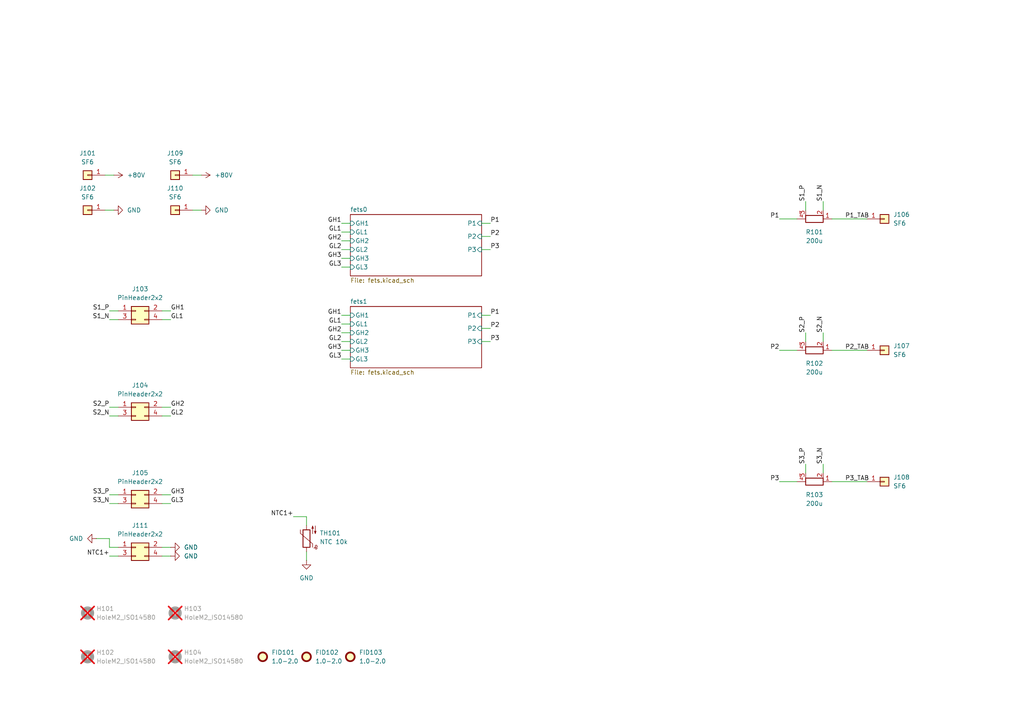
<source format=kicad_sch>
(kicad_sch (version 20250114) (generator "eeschema") (generator_version "9.0")
  (paper "A4")
  (title_block (title "${TITLE} - ${SUBTITLE}") (date "2025-09-12") (rev "${REV}") (company "openmc") (comment 1 "Armin S."))
  (lib_symbols
    (symbol "Connector_Generic:Conn_01x01" (pin_names (offset 1.016) (hide yes))
      (property "Reference" "J" (at 0 2.54 0))
      (property "Value" "Conn_01x01" (at 0 -2.54 0))
      (symbol "Conn_01x01_1_1"
        (rectangle (start -1.27 1.27) (end 1.27 -1.27) (stroke (width 0.254)) (fill (type background)))
        (rectangle (start -1.27 0.127) (end 0 -0.127) (stroke (width 0.1524)))
        (pin passive line (at -5.08 0 0) (length 3.81) (name "Pin_1") (number "1"))
      )
    )
    (symbol "Connector_Generic:Conn_02x02_Odd_Even" (pin_names (offset 1.016) (hide yes))
      (property "Reference" "J" (at 1.27 2.54 0))
      (property "Value" "Conn_02x02_Odd_Even" (at 1.27 -5.08 0))
      (symbol "Conn_02x02_Odd_Even_1_1"
        (rectangle (start -1.27 1.27) (end 3.81 -3.81) (stroke (width 0.254)) (fill (type background)))
        (rectangle (start -1.27 0.127) (end 0 -0.127) (stroke (width 0.1524)))
        (rectangle (start -1.27 -2.413) (end 0 -2.667) (stroke (width 0.1524)))
        (rectangle (start 3.81 0.127) (end 2.54 -0.127) (stroke (width 0.1524)))
        (rectangle (start 3.81 -2.413) (end 2.54 -2.667) (stroke (width 0.1524)))
        (pin passive line (at -5.08 0 0) (length 3.81) (name "Pin_1") (number "1"))
        (pin passive line (at -5.08 -2.54 0) (length 3.81) (name "Pin_3") (number "3"))
        (pin passive line (at 7.62 0 180) (length 3.81) (name "Pin_2") (number "2"))
        (pin passive line (at 7.62 -2.54 180) (length 3.81) (name "Pin_4") (number "4"))
      )
    )
    (symbol "Device:R_Shunt" (pin_names (offset 0) (hide yes))
      (property "Reference" "R" (at -2.032 0 90))
      (property "Value" "R_Shunt" (at 0 0 90))
      (symbol "R_Shunt_0_1"
        (rectangle (start -1.016 -2.54) (end 1.016 2.54) (stroke (width 0.254)))
        (polyline (pts (xy 0 -2.54) (xy 1.27 -2.54)))
        (polyline (pts (xy 1.27 2.54) (xy 0 2.54)))
      )
      (symbol "R_Shunt_1_1"
        (pin passive line (at 0 5.08 270) (length 2.54) (name "~") (number "1"))
        (pin passive line (at 0 -5.08 90) (length 2.54) (name "~") (number "4"))
        (pin passive line (at 2.54 2.54 180) (length 1.27) (name "~") (number "2"))
        (pin passive line (at 2.54 -2.54 180) (length 1.27) (name "~") (number "3"))
      )
    )
    (symbol "Device:Thermistor_NTC" (pin_numbers (hide yes)) (pin_names (offset 0))
      (property "Reference" "TH" (at -4.445 0 90))
      (property "Value" "Thermistor_NTC" (at 3.175 0 90))
      (symbol "Thermistor_NTC_0_1"
        (arc (start -3.175 2.413) (mid -3.0506 2.3165) (end -3.048 2.159))
        (arc (start -3.048 2.794) (mid -2.9736 2.9736) (end -2.794 3.048))
        (arc (start -2.794 3.048) (mid -2.6144 2.9736) (end -2.54 2.794))
        (arc (start -2.794 2.54) (mid -2.9736 2.6144) (end -3.048 2.794))
        (arc (start -2.794 1.905) (mid -2.9736 1.9794) (end -3.048 2.159))
        (arc (start -2.54 2.159) (mid -2.6144 1.9794) (end -2.794 1.905))
        (arc (start -2.159 2.794) (mid -2.434 2.5608) (end -2.794 2.54))
        (polyline (pts (xy -2.54 2.159) (xy -2.54 2.794)))
        (polyline (pts (xy -2.54 -3.683) (xy -2.54 -1.397) (xy -2.794 -2.159) (xy -2.286 -2.159) (xy -2.54 -1.397) (xy -2.54 -1.651)) (fill (type outline)))
        (polyline (pts (xy -1.778 2.54) (xy -1.778 1.524) (xy 1.778 -1.524) (xy 1.778 -2.54)))
        (polyline (pts (xy -1.778 -1.397) (xy -1.778 -3.683) (xy -2.032 -2.921) (xy -1.524 -2.921) (xy -1.778 -3.683) (xy -1.778 -3.429)) (fill (type outline)))
        (rectangle (start -1.016 2.54) (end 1.016 -2.54) (stroke (width 0.254)))
      )
      (symbol "Thermistor_NTC_1_1"
        (pin passive line (at 0 3.81 270) (length 1.27) (name "~") (number "1"))
        (pin passive line (at 0 -3.81 90) (length 1.27) (name "~") (number "2"))
      )
    )
    (symbol "Mechanical:Fiducial" (in_bom no)
      (property "Reference" "FID" (at 0 5.08 0))
      (property "Value" "Fiducial" (at 0 3.175 0))
      (symbol "Fiducial_0_1"
        (circle (center 0 0) (radius 1.27) (stroke (width 0.508)) (fill (type background)))
      )
    )
    (symbol "Mechanical:MountingHole" (pin_names (offset 1.016)) (in_bom no)
      (property "Reference" "H" (at 0 5.08 0))
      (property "Value" "MountingHole" (at 0 3.175 0))
      (symbol "MountingHole_0_1"
        (circle (center 0 0) (radius 1.27) (stroke (width 1.27)))
      )
    )
    (symbol "power:+48V" (power) (pin_numbers (hide yes)) (pin_names (offset 0) (hide yes))
      (property "Value" "+48V" (at 0 3.556 0))
      (symbol "+48V_0_1"
        (polyline (pts (xy -0.762 1.27) (xy 0 2.54)))
        (polyline (pts (xy 0 2.54) (xy 0.762 1.27)))
        (polyline (pts (xy 0 0) (xy 0 2.54)))
      )
      (symbol "+48V_1_1"
        (pin power_in line (at 0 0 90) (length 0) (name "~") (number "1"))
      )
    )
    (symbol "power:GND" (power) (pin_numbers (hide yes)) (pin_names (offset 0) (hide yes))
      (property "Value" "GND" (at 0 -3.81 0))
      (symbol "GND_0_1"
        (polyline (pts (xy 0 0) (xy 0 -1.27) (xy 1.27 -1.27) (xy 0 -2.54) (xy -1.27 -1.27) (xy 0 -1.27)))
      )
      (symbol "GND_1_1"
        (pin power_in line (at 0 0 270) (length 0) (name "~") (number "1"))
      )
    )
  )
  (wire (pts (xy 46.99 118.11) (xy 49.53 118.11)))
  (wire (pts (xy 241.3 139.7) (xy 251.46 139.7)))
  (wire (pts (xy 30.48 60.96) (xy 33.02 60.96)))
  (wire (pts (xy 226.06 139.7) (xy 231.14 139.7)))
  (wire (pts (xy 99.06 74.93) (xy 101.6 74.93)))
  (wire (pts (xy 46.99 143.51) (xy 49.53 143.51)))
  (wire (pts (xy 99.06 64.77) (xy 101.6 64.77)))
  (wire (pts (xy 238.76 134.62) (xy 238.76 137.16)))
  (wire (pts (xy 31.75 143.51) (xy 34.29 143.51)))
  (wire (pts (xy 99.06 72.39) (xy 101.6 72.39)))
  (wire (pts (xy 99.06 101.6) (xy 101.6 101.6)))
  (wire (pts (xy 31.75 90.17) (xy 34.29 90.17)))
  (wire (pts (xy 49.53 161.29) (xy 46.99 161.29)))
  (wire (pts (xy 241.3 63.5) (xy 251.46 63.5)))
  (wire (pts (xy 49.53 158.75) (xy 46.99 158.75)))
  (wire (pts (xy 27.94 156.21) (xy 31.75 156.21)))
  (wire (pts (xy 99.06 77.47) (xy 101.6 77.47)))
  (wire (pts (xy 99.06 91.44) (xy 101.6 91.44)))
  (wire (pts (xy 55.88 50.8) (xy 58.42 50.8)))
  (wire (pts (xy 34.29 120.65) (xy 31.75 120.65)))
  (wire (pts (xy 88.9 149.86) (xy 88.9 152.4)))
  (wire (pts (xy 139.7 72.39) (xy 142.24 72.39)))
  (wire (pts (xy 226.06 63.5) (xy 231.14 63.5)))
  (wire (pts (xy 49.53 146.05) (xy 46.99 146.05)))
  (wire (pts (xy 49.53 120.65) (xy 46.99 120.65)))
  (wire (pts (xy 34.29 92.71) (xy 31.75 92.71)))
  (wire (pts (xy 55.88 60.96) (xy 58.42 60.96)))
  (wire (pts (xy 34.29 146.05) (xy 31.75 146.05)))
  (wire (pts (xy 99.06 69.85) (xy 101.6 69.85)))
  (wire (pts (xy 233.68 58.42) (xy 233.68 60.96)))
  (wire (pts (xy 139.7 95.25) (xy 142.24 95.25)))
  (wire (pts (xy 30.48 50.8) (xy 33.02 50.8)))
  (wire (pts (xy 49.53 92.71) (xy 46.99 92.71)))
  (wire (pts (xy 139.7 99.06) (xy 142.24 99.06)))
  (wire (pts (xy 238.76 58.42) (xy 238.76 60.96)))
  (wire (pts (xy 31.75 158.75) (xy 34.29 158.75)))
  (wire (pts (xy 99.06 67.31) (xy 101.6 67.31)))
  (wire (pts (xy 139.7 68.58) (xy 142.24 68.58)))
  (wire (pts (xy 226.06 101.6) (xy 231.14 101.6)))
  (wire (pts (xy 99.06 96.52) (xy 101.6 96.52)))
  (wire (pts (xy 241.3 101.6) (xy 251.46 101.6)))
  (wire (pts (xy 31.75 118.11) (xy 34.29 118.11)))
  (wire (pts (xy 85.09 149.86) (xy 88.9 149.86)))
  (wire (pts (xy 99.06 99.06) (xy 101.6 99.06)))
  (wire (pts (xy 238.76 96.52) (xy 238.76 99.06)))
  (wire (pts (xy 139.7 91.44) (xy 142.24 91.44)))
  (wire (pts (xy 99.06 104.14) (xy 101.6 104.14)))
  (wire (pts (xy 31.75 156.21) (xy 31.75 158.75)))
  (wire (pts (xy 99.06 93.98) (xy 101.6 93.98)))
  (wire (pts (xy 233.68 134.62) (xy 233.68 137.16)))
  (wire (pts (xy 233.68 96.52) (xy 233.68 99.06)))
  (wire (pts (xy 31.75 161.29) (xy 34.29 161.29)))
  (wire (pts (xy 88.9 162.56) (xy 88.9 160.02)))
  (wire (pts (xy 46.99 90.17) (xy 49.53 90.17)))
  (wire (pts (xy 139.7 64.77) (xy 142.24 64.77)))
  (label "S2_N" (at 238.76 96.52 90))
  (label "GL1" (at 49.53 92.71 0))
  (label "GL2" (at 99.06 72.39 180))
  (label "GL2" (at 49.53 120.65 0))
  (label "S1_N" (at 31.75 92.71 180))
  (label "P1" (at 142.24 91.44 0))
  (label "S1_P" (at 31.75 90.17 180))
  (label "S1_P" (at 233.68 58.42 90))
  (label "GL3" (at 49.53 146.05 0))
  (label "GH2" (at 99.06 69.85 180))
  (label "NTC1+" (at 31.75 161.29 180))
  (label "GH3" (at 99.06 101.6 180))
  (label "P3" (at 142.24 72.39 0))
  (label "P1" (at 142.24 64.77 0))
  (label "GH3" (at 99.06 74.93 180))
  (label "P3_TAB" (at 245.11 139.7 0))
  (label "S3_N" (at 31.75 146.05 180))
  (label "GH1" (at 99.06 91.44 180))
  (label "GH3" (at 49.53 143.51 0))
  (label "GH1" (at 99.06 64.77 180))
  (label "NTC1+" (at 85.09 149.86 180))
  (label "GH1" (at 49.53 90.17 0))
  (label "S2_P" (at 233.68 96.52 90))
  (label "GL2" (at 99.06 99.06 180))
  (label "S3_N" (at 238.76 134.62 90))
  (label "S3_P" (at 233.68 134.62 90))
  (label "S3_P" (at 31.75 143.51 180))
  (label "S1_N" (at 238.76 58.42 90))
  (label "GH2" (at 49.53 118.11 0))
  (label "GL1" (at 99.06 67.31 180))
  (label "GH2" (at 99.06 96.52 180))
  (label "GL3" (at 99.06 104.14 180))
  (label "P3" (at 226.06 139.7 180))
  (label "P1_TAB" (at 245.11 63.5 0))
  (label "GL3" (at 99.06 77.47 180))
  (label "S2_P" (at 31.75 118.11 180))
  (label "P3" (at 142.24 99.06 0))
  (label "GL1" (at 99.06 93.98 180))
  (label "P2_TAB" (at 245.11 101.6 0))
  (label "P2" (at 226.06 101.6 180))
  (label "P2" (at 142.24 68.58 0))
  (label "P1" (at 226.06 63.5 180))
  (label "P2" (at 142.24 95.25 0))
  (label "S2_N" (at 31.75 120.65 180))
  (symbol (lib_id "Connector_Generic:Conn_01x01") (at 256.54 101.6 0) (unit 1)
    (property "Reference" "J107" (at 259.08 100.3299 0) (effects (justify left)))
    (property "Value" "SF6" (at 259.08 102.8699 0) (effects (justify left)))
    (property "Footprint" "Connector_Wire:SolderWirePad_1x01_SMD_3x6mm" (effects (hide yes)))
    (property "Description" "Generic connector, single row, 01x01, script generated (kicad-library-utils/schlib/autogen/connector/)" (effects (hide yes)))
  )
  (symbol (lib_id "power:GND") (at 27.94 156.21 270) (unit 1)
    (property "Reference" "#PWR0108" (effects (hide yes)))
    (property "Value" "GND" (at 24.13 156.2099 90) (effects (justify right)))
    (property "Description" "Power symbol creates a global label with name \"GND\" , ground" (effects (hide yes)))
  )
  (symbol (lib_id "Connector_Generic:Conn_01x01") (at 50.8 60.96 180) (unit 1)
    (property "Reference" "J110" (at 50.8 54.61 0))
    (property "Value" "SF6" (at 50.8 57.15 0))
    (property "Footprint" "Connector_Wire:SolderWirePad_1x01_SMD_3x6mm" (effects (hide yes)))
    (property "Description" "Generic connector, single row, 01x01, script generated (kicad-library-utils/schlib/autogen/connector/)" (effects (hide yes)))
  )
  (symbol (lib_id "Connector_Generic:Conn_02x02_Odd_Even") (at 39.37 118.11 0) (unit 1)
    (property "Reference" "J104" (at 40.64 111.76 0))
    (property "Value" "PinHeader2x2" (at 40.64 114.3 0))
    (property "Footprint" "Connector_PinHeader_1.00mm:PinHeader_2x02_P1.00mm_Vertical_SMD" (effects (hide yes)))
    (property "Description" "Generic connector, double row, 02x02, odd/even pin numbering scheme (row 1 odd numbers, row 2 even numbers), script generated (kicad-library-utils/schlib/autogen/connector/)" (effects (hide yes)))
  )
  (symbol (lib_id "Connector_Generic:Conn_01x01") (at 256.54 139.7 0) (unit 1)
    (property "Reference" "J108" (at 259.08 138.4299 0) (effects (justify left)))
    (property "Value" "SF6" (at 259.08 140.9699 0) (effects (justify left)))
    (property "Footprint" "Connector_Wire:SolderWirePad_1x01_SMD_3x6mm" (effects (hide yes)))
    (property "Description" "Generic connector, single row, 01x01, script generated (kicad-library-utils/schlib/autogen/connector/)" (effects (hide yes)))
  )
  (symbol (lib_id "Device:R_Shunt") (at 236.22 139.7 270) (mirror x) (unit 1)
    (property "Reference" "R103" (at 236.22 143.51 90))
    (property "Value" "200u" (at 236.22 146.05 90))
    (property "Footprint" "mcrmv:WSK1216" (effects (hide yes)))
    (property "Datasheet" "https://www.vishay.com/docs/30189/wsk1216.pdf" (effects (hide yes)))
    (property "Description" "Shunt resistor with Kelvin connections" (effects (hide yes)))
    (property "MPN" "WSK1216L2000FEA" (effects (hide yes)))
  )
  (symbol (lib_id "power:GND") (at 49.53 158.75 90) (unit 1)
    (property "Reference" "#PWR0105" (effects (hide yes)))
    (property "Value" "GND" (at 53.34 158.7501 90) (effects (justify right)))
    (property "Description" "Power symbol creates a global label with name \"GND\" , ground" (effects (hide yes)))
  )
  (symbol (lib_id "Device:Thermistor_NTC") (at 88.9 156.21 180) (unit 1)
    (property "Reference" "TH101" (at 92.71 154.6224 0) (effects (justify right)))
    (property "Value" "NTC 10k" (at 92.71 157.1624 0) (effects (justify right)))
    (property "Footprint" "Resistor_SMD:R_0402_1005Metric" (effects (hide yes)))
    (property "Datasheet" "https://product.tdk.com/system/files/dam/doc/product/sensor/ntc/chip-ntc-thermistor/catalog/tpd_commercial_ntc-thermistor_ntcg_en.pdf" (effects (hide yes)))
    (property "Description" "Temperature dependent resistor, negative temperature coefficient" (effects (hide yes)))
    (property "MPN" "NTCG103JF103FT1" (effects (hide yes)))
  )
  (symbol (lib_id "Connector_Generic:Conn_01x01") (at 25.4 50.8 180) (unit 1)
    (property "Reference" "J101" (at 25.4 44.45 0))
    (property "Value" "SF6" (at 25.4 46.99 0))
    (property "Footprint" "Connector_Wire:SolderWirePad_1x01_SMD_3x6mm" (effects (hide yes)))
    (property "Description" "Generic connector, single row, 01x01, script generated (kicad-library-utils/schlib/autogen/connector/)" (effects (hide yes)))
  )
  (symbol (lib_id "Mechanical:Fiducial") (at 76.2 190.5 0) (unit 1) (in_bom no)
    (property "Reference" "FID101" (at 78.74 189.2299 0) (effects (justify left)))
    (property "Value" "1.0-2.0" (at 78.74 191.7699 0) (effects (justify left)))
    (property "Footprint" "Fiducial:Fiducial_1mm_Mask2mm" (effects (hide yes)))
    (property "Description" "Fiducial Marker" (effects (hide yes)))
  )
  (symbol (lib_id "power:+48V") (at 33.02 50.8 270) (unit 1)
    (property "Reference" "#PWR0101" (effects (hide yes)))
    (property "Value" "+80V" (at 36.83 50.7999 90) (effects (justify left)))
    (property "Description" "Power symbol creates a global label with name \"+48V\"" (effects (hide yes)))
  )
  (symbol (lib_id "Device:R_Shunt") (at 236.22 101.6 270) (mirror x) (unit 1)
    (property "Reference" "R102" (at 236.22 105.41 90))
    (property "Value" "200u" (at 236.22 107.95 90))
    (property "Footprint" "mcrmv:WSK1216" (effects (hide yes)))
    (property "Datasheet" "https://www.vishay.com/docs/30189/wsk1216.pdf" (effects (hide yes)))
    (property "Description" "Shunt resistor with Kelvin connections" (effects (hide yes)))
    (property "MPN" "WSK1216L2000FEA" (effects (hide yes)))
  )
  (symbol (lib_id "power:GND") (at 58.42 60.96 90) (unit 1)
    (property "Reference" "#PWR0104" (effects (hide yes)))
    (property "Value" "GND" (at 62.23 60.9599 90) (effects (justify right)))
    (property "Description" "Power symbol creates a global label with name \"GND\" , ground" (effects (hide yes)))
  )
  (symbol (lib_id "power:GND") (at 49.53 161.29 90) (unit 1)
    (property "Reference" "#PWR0107" (effects (hide yes)))
    (property "Value" "GND" (at 53.34 161.2901 90) (effects (justify right)))
    (property "Description" "Power symbol creates a global label with name \"GND\" , ground" (effects (hide yes)))
  )
  (symbol (lib_id "Mechanical:MountingHole") (at 25.4 190.5 0) (unit 1) (in_bom no) (dnp yes)
    (property "Reference" "H102" (at 27.94 189.2299 0) (effects (justify left)))
    (property "Value" "HoleM2_ISO14580" (at 27.94 191.7699 0) (effects (justify left)))
    (property "Footprint" "MountingHole:MountingHole_2.2mm_M2_ISO14580" (effects (hide yes)))
    (property "Description" "Mounting Hole without connection" (effects (hide yes)))
  )
  (symbol (lib_id "Connector_Generic:Conn_02x02_Odd_Even") (at 39.37 143.51 0) (unit 1)
    (property "Reference" "J105" (at 40.64 137.16 0))
    (property "Value" "PinHeader2x2" (at 40.64 139.7 0))
    (property "Footprint" "Connector_PinHeader_1.00mm:PinHeader_2x02_P1.00mm_Vertical_SMD" (effects (hide yes)))
    (property "Description" "Generic connector, double row, 02x02, odd/even pin numbering scheme (row 1 odd numbers, row 2 even numbers), script generated (kicad-library-utils/schlib/autogen/connector/)" (effects (hide yes)))
  )
  (symbol (lib_id "Connector_Generic:Conn_02x02_Odd_Even") (at 39.37 158.75 0) (unit 1)
    (property "Reference" "J111" (at 40.64 152.4 0))
    (property "Value" "PinHeader2x2" (at 40.64 154.94 0))
    (property "Footprint" "Connector_PinHeader_1.00mm:PinHeader_2x02_P1.00mm_Vertical_SMD" (effects (hide yes)))
    (property "Description" "Generic connector, double row, 02x02, odd/even pin numbering scheme (row 1 odd numbers, row 2 even numbers), script generated (kicad-library-utils/schlib/autogen/connector/)" (effects (hide yes)))
  )
  (symbol (lib_id "Connector_Generic:Conn_02x02_Odd_Even") (at 39.37 90.17 0) (unit 1)
    (property "Reference" "J103" (at 40.64 83.82 0))
    (property "Value" "PinHeader2x2" (at 40.64 86.36 0))
    (property "Footprint" "Connector_PinHeader_1.00mm:PinHeader_2x02_P1.00mm_Vertical_SMD" (effects (hide yes)))
    (property "Description" "Generic connector, double row, 02x02, odd/even pin numbering scheme (row 1 odd numbers, row 2 even numbers), script generated (kicad-library-utils/schlib/autogen/connector/)" (effects (hide yes)))
  )
  (symbol (lib_id "Mechanical:MountingHole") (at 50.8 177.8 0) (unit 1) (in_bom no) (dnp yes)
    (property "Reference" "H103" (at 53.34 176.5299 0) (effects (justify left)))
    (property "Value" "HoleM2_ISO14580" (at 53.34 179.0699 0) (effects (justify left)))
    (property "Footprint" "MountingHole:MountingHole_2.2mm_M2_ISO14580" (effects (hide yes)))
    (property "Description" "Mounting Hole without connection" (effects (hide yes)))
  )
  (symbol (lib_id "Mechanical:MountingHole") (at 50.8 190.5 0) (unit 1) (in_bom no) (dnp yes)
    (property "Reference" "H104" (at 53.34 189.2299 0) (effects (justify left)))
    (property "Value" "HoleM2_ISO14580" (at 53.34 191.7699 0) (effects (justify left)))
    (property "Footprint" "MountingHole:MountingHole_2.2mm_M2_ISO14580" (effects (hide yes)))
    (property "Description" "Mounting Hole without connection" (effects (hide yes)))
  )
  (symbol (lib_id "Connector_Generic:Conn_01x01") (at 256.54 63.5 0) (unit 1)
    (property "Reference" "J106" (at 259.08 62.2299 0) (effects (justify left)))
    (property "Value" "SF6" (at 259.08 64.7699 0) (effects (justify left)))
    (property "Footprint" "Connector_Wire:SolderWirePad_1x01_SMD_3x6mm" (effects (hide yes)))
    (property "Description" "Generic connector, single row, 01x01, script generated (kicad-library-utils/schlib/autogen/connector/)" (effects (hide yes)))
  )
  (symbol (lib_id "power:GND") (at 33.02 60.96 90) (unit 1)
    (property "Reference" "#PWR0102" (effects (hide yes)))
    (property "Value" "GND" (at 36.83 60.9599 90) (effects (justify right)))
    (property "Description" "Power symbol creates a global label with name \"GND\" , ground" (effects (hide yes)))
  )
  (symbol (lib_id "power:+48V") (at 58.42 50.8 270) (unit 1)
    (property "Reference" "#PWR0103" (effects (hide yes)))
    (property "Value" "+80V" (at 62.23 50.7999 90) (effects (justify left)))
    (property "Description" "Power symbol creates a global label with name \"+48V\"" (effects (hide yes)))
  )
  (symbol (lib_id "power:GND") (at 88.9 162.56 0) (unit 1)
    (property "Reference" "#PWR0106" (effects (hide yes)))
    (property "Value" "GND" (at 88.9 167.64 0))
    (property "Description" "Power symbol creates a global label with name \"GND\" , ground" (effects (hide yes)))
  )
  (symbol (lib_id "Connector_Generic:Conn_01x01") (at 50.8 50.8 180) (unit 1)
    (property "Reference" "J109" (at 50.8 44.45 0))
    (property "Value" "SF6" (at 50.8 46.99 0))
    (property "Footprint" "Connector_Wire:SolderWirePad_1x01_SMD_3x6mm" (effects (hide yes)))
    (property "Description" "Generic connector, single row, 01x01, script generated (kicad-library-utils/schlib/autogen/connector/)" (effects (hide yes)))
  )
  (symbol (lib_id "Mechanical:Fiducial") (at 101.6 190.5 0) (unit 1) (in_bom no)
    (property "Reference" "FID103" (at 104.14 189.2299 0) (effects (justify left)))
    (property "Value" "1.0-2.0" (at 104.14 191.7699 0) (effects (justify left)))
    (property "Footprint" "Fiducial:Fiducial_1mm_Mask2mm" (effects (hide yes)))
    (property "Description" "Fiducial Marker" (effects (hide yes)))
  )
  (symbol (lib_id "Mechanical:MountingHole") (at 25.4 177.8 0) (unit 1) (in_bom no) (dnp yes)
    (property "Reference" "H101" (at 27.94 176.5299 0) (effects (justify left)))
    (property "Value" "HoleM2_ISO14580" (at 27.94 179.0699 0) (effects (justify left)))
    (property "Footprint" "MountingHole:MountingHole_2.2mm_M2_ISO14580" (effects (hide yes)))
    (property "Description" "Mounting Hole without connection" (effects (hide yes)))
  )
  (symbol (lib_id "Mechanical:Fiducial") (at 88.9 190.5 0) (unit 1) (in_bom no)
    (property "Reference" "FID102" (at 91.44 189.2299 0) (effects (justify left)))
    (property "Value" "1.0-2.0" (at 91.44 191.7699 0) (effects (justify left)))
    (property "Footprint" "Fiducial:Fiducial_1mm_Mask2mm" (effects (hide yes)))
    (property "Description" "Fiducial Marker" (effects (hide yes)))
  )
  (symbol (lib_id "Device:R_Shunt") (at 236.22 63.5 270) (mirror x) (unit 1)
    (property "Reference" "R101" (at 236.22 67.31 90))
    (property "Value" "200u" (at 236.22 69.85 90))
    (property "Footprint" "mcrmv:WSK1216" (effects (hide yes)))
    (property "Datasheet" "https://www.vishay.com/docs/30189/wsk1216.pdf" (effects (hide yes)))
    (property "Description" "Shunt resistor with Kelvin connections" (effects (hide yes)))
    (property "MPN" "WSK1216L2000FEA" (effects (hide yes)))
  )
  (symbol (lib_id "Connector_Generic:Conn_01x01") (at 25.4 60.96 180) (unit 1)
    (property "Reference" "J102" (at 25.4 54.61 0))
    (property "Value" "SF6" (at 25.4 57.15 0))
    (property "Footprint" "Connector_Wire:SolderWirePad_1x01_SMD_3x6mm" (effects (hide yes)))
    (property "Description" "Generic connector, single row, 01x01, script generated (kicad-library-utils/schlib/autogen/connector/)" (effects (hide yes)))
  )
  (sheet (at 101.6 88.9) (size 38.1 17.78) (stroke (width 0.1524))
    (property "Sheetname" "fets1" (at 101.6 88.1884 0) (effects (justify left bottom)))
    (property "Sheetfile" "fets.kicad_sch" (at 101.6 107.2646 0) (effects (justify left top)))
    (pin "GH1" input (at 101.6 91.44 180))
    (pin "P3" input (at 139.7 99.06 0))
    (pin "P1" input (at 139.7 91.44 0))
    (pin "P2" input (at 139.7 95.25 0))
    (pin "GL1" input (at 101.6 93.98 180))
    (pin "GH3" input (at 101.6 101.6 180))
    (pin "GH2" input (at 101.6 96.52 180))
    (pin "GL2" input (at 101.6 99.06 180))
    (pin "GL3" input (at 101.6 104.14 180))
  )
  (sheet (at 101.6 62.23) (size 38.1 17.78) (stroke (width 0.1524))
    (property "Sheetname" "fets0" (at 101.6 61.5184 0) (effects (justify left bottom)))
    (property "Sheetfile" "fets.kicad_sch" (at 101.6 80.5946 0) (effects (justify left top)))
    (pin "GH1" input (at 101.6 64.77 180))
    (pin "P3" input (at 139.7 72.39 0))
    (pin "P1" input (at 139.7 64.77 0))
    (pin "P2" input (at 139.7 68.58 0))
    (pin "GL1" input (at 101.6 67.31 180))
    (pin "GH3" input (at 101.6 74.93 180))
    (pin "GH2" input (at 101.6 69.85 180))
    (pin "GL2" input (at 101.6 72.39 180))
    (pin "GL3" input (at 101.6 77.47 180))
  )
)
</source>
